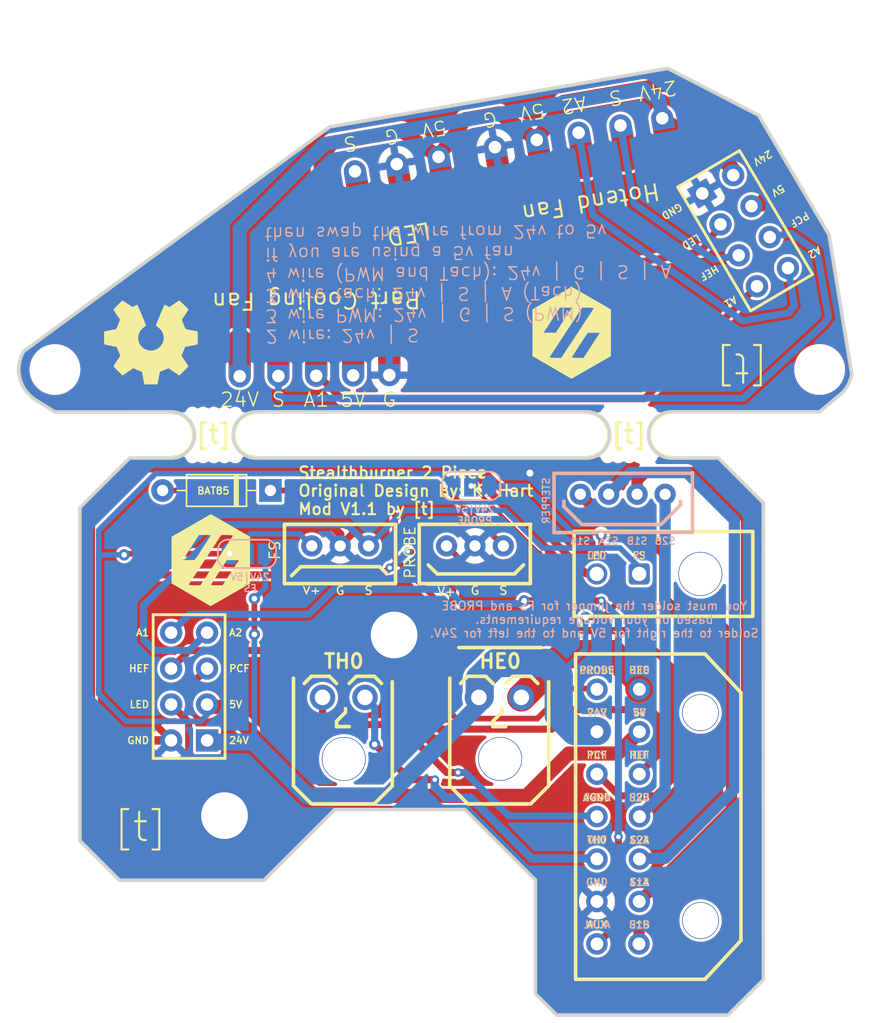
<source format=kicad_pcb>
(kicad_pcb (version 20211014) (generator pcbnew)
  (layers (0 "F.Cu" signal) (31 "B.Cu" signal) (34 "B.Paste" user) (35 "F.Paste" user) (36 "B.SilkS" user "B.Silkscreen") (37 "F.SilkS" user "F.Silkscreen") (38 "B.Mask" user) (39 "F.Mask" user) (44 "Edge.Cuts" user))
  (net 0 "")
  (net 1 "24V")
  (net 2 "5V")
  (net 3 "AUX")
  (net 4 "GND")
  (net 5 "ABL")
  (net 6 "PROBE")
  (net 7 "LED")
  (net 8 "PCF")
  (net 9 "HEF")
  (net 10 "A2")
  (net 11 "B-GND")
  (net 12 "B-24V")
  (net 13 "B-DIN")
  (net 14 "B-5V")
  (net 15 "B-HEF")
  (net 16 "B-FAN2")
  (net 17 "B-AUX")
  (net 18 "B-AUX2")
  (net 19 "HE0")
  (net 20 "S2B")
  (net 21 "S2A")
  (net 22 "S1A")
  (net 23 "TH0")
  (net 24 "AGND")
  (net 25 "S1B")
  (net 26 "PROBEV+")
  (net 27 "FSV+")
  (footprint "Library:mouse-bite-3mm-slot" (layer "F.Cu") (at 118.45 105.75)
    (fp_text reference "mouse-bite-3mm-slot" hide)
    (fp_text value "VAL**" hide)
  )
  (footprint "StealthBurner PCB:JST-PH-3P" (layer "F.Cu") (at 106.0402 113.7972)
    (fp_text reference "J4" hide)
    (fp_text value "PROBE")
  )
  (footprint "Library:PinHeader_1x01_P1.00mm_Vertical_SMD" (layer "F.Cu") (at 96.347016 100.068566)
    (fp_text reference "J210" hide)
    (fp_text value "Conn_01x01" hide)
  )
  (footprint "Library:PinHeader_1x01_P1.00mm_Vertical_SMD" (layer "F.Cu") (at 99.337248 88.5905 -170.2)
    (fp_text reference "J207" hide)
    (fp_text value "Conn_01x01" hide)
  )
  (footprint "MountingHole:MountingHole_2.7mm_M2.5_ISO7380_Pad_TopBottom" (layer "F.Cu") (at 101.8492 119.8932)
    (fp_text reference "REF**" hide)
    (fp_text value "MountingHole_2.7mm_M2.5_ISO7380_Pad_TopBottom" hide)
  )
  (footprint "StealthBurner PCB:JST-PH-4P" (layer "F.Cu") (at 117.7242 109.7332)
    (fp_text reference "J27" hide)
    (fp_text value "STEPPER")
  )
  (footprint "StealthBurner PCB:MICRO14" (layer "F.Cu") (at 118.7402 132.734 -90)
    (fp_text reference "J5" hide)
    (fp_text value "Conn_02x07_Counter_Clockwise" hide)
  )
  (footprint "Diode_THT:D_DO-35_SOD27_P7.62mm_Horizontal" (layer "F.Cu") (at 93.11 109.6772 180)
    (fp_text reference "D1" hide)
    (fp_text value "BAT85")
  )
  (footprint "Library:PinHeader_1x01_P1.00mm_Vertical_SMD" (layer "F.Cu") (at 121.055637 84.83908 -170.2)
    (fp_text reference "J200" hide)
    (fp_text value "Conn_01x01" hide)
  )
  (footprint "Library:mouse-bite-3mm-slot" (layer "F.Cu") (at 89.11 105.75)
    (fp_text reference "mouse-bite-3mm-slot" hide)
    (fp_text value "VAL**" hide)
  )
  (footprint "Library:PinHeader_1x01_P1.00mm_Vertical_SMD" (layer "F.Cu") (at 118.099416 85.349709 -170.2)
    (fp_text reference "J201" hide)
    (fp_text value "Conn_01x01" hide)
  )
  (footprint "StealthBurner PCB:HDR-M-2.54_2X4" (layer "F.Cu") (at 87.3642 123.5362 90)
    (fp_text reference "J2" hide)
    (fp_text value "Conn_02x04_Odd_Even" hide)
  )
  (footprint "StealthBurner PCB:436500200_SB" (layer "F.Cu") (at 97.9122 126.2432)
    (fp_text reference "J12" hide)
    (fp_text value "TH0")
  )
  (footprint "AutoGenerated:MountingHole_3.10mm" (layer "F.Cu") (at 77.885084 101.126869 -149.5)
    (fp_text reference "")
    (fp_text value "")
  )
  (footprint "Library:PinHeader_1x01_P1.00mm_Vertical_SMD" (layer "F.Cu") (at 102.293473 88.07987 -170.2)
    (fp_text reference "J206" hide)
    (fp_text value "Conn_01x01" hide)
  )
  (footprint "Library:PinHeader_1x01_P1.00mm_Vertical_SMD" (layer "F.Cu") (at 105.249697 87.569242 -170.2)
    (fp_text reference "J205" hide)
    (fp_text value "Conn_01x01" hide)
  )
  (footprint "StealthBurner PCB:436500200_SB" (layer "F.Cu") (at 108.9612 126.2432)
    (fp_text reference "J13" hide)
    (fp_text value "HE0")
  )
  (footprint "Library:PinHeader_1x01_P1.00mm_Vertical_SMD" (layer "F.Cu") (at 109.230743 86.881594 -170.2)
    (fp_text reference "J204" hide)
    (fp_text value "Conn_01x01" hide)
  )
  (footprint "StealthBurner PCB:VoronLogo_6pt5mm_silkScreen" (layer "F.Cu") (at 114.4 98.525)
    (fp_text reference "G***" hide)
    (fp_text value "LOGO" hide)
  )
  (footprint "Connector_Molex:Molex_Micro-Fit_3.0_43045-0200_2x01_P3.00mm_Horizontal" (layer "F.Cu") (at 119.1692 115.5752 -90)
    (fp_text reference "J6" hide)
    (fp_text value "Conn_01x02" hide)
  )
  (footprint "MountingHole:MountingHole_2.7mm_M2.5_ISO7380_Pad_TopBottom" (layer "F.Cu") (at 89.8652 132.6642)
    (fp_text reference "REF**" hide)
    (fp_text value "MountingHole_2.7mm_M2.5_ISO7380_Pad_TopBottom" hide)
  )
  (footprint "StealthBurner PCB:VoronLogo_6pt5mm_silkScreen" (layer "F.Cu") (at 88.9 114.6)
    (fp_text reference "G***" hide)
    (fp_text value "LOGO" hide)
  )
  (footprint "Library:PinHeader_1x01_P1.00mm_Vertical_SMD" (layer "F.Cu") (at 98.95633 100.041495)
    (fp_text reference "J209" hide)
    (fp_text value "Conn_01x01" hide)
  )
  (footprint "AutoGenerated:MountingHole_3.10mm" (layer "F.Cu") (at 131.920255 101.123478 -149.5)
    (fp_text reference "")
    (fp_text value "")
  )
  (footprint "Library:PinHeader_1x01_P1.00mm_Vertical_SMD" (layer "F.Cu") (at 90.940274 100.098893)
    (fp_text reference "J212" hide)
    (fp_text value "Conn_01x01" hide)
  )
  (footprint "Library:PinHeader_1x01_P1.00mm_Vertical_SMD" (layer "F.Cu") (at 115.143191 85.860337 -170.2)
    (fp_text reference "J202" hide)
    (fp_text value "Conn_01x01" hide)
  )
  (footprint "Library:PinHeader_1x01_P1.00mm_Vertical_SMD" (layer "F.Cu") (at 112.186967 86.370968 -170.2)
    (fp_text reference "J203" hide)
    (fp_text value "Conn_01x01" hide)
  )
  (footprint "Library:PinHeader_1x01_P1.00mm_Vertical_SMD" (layer "F.Cu") (at 93.672644 100.081734)
    (fp_text reference "J211" hide)
    (fp_text value "Conn_01x01" hide)
  )
  (footprint "StealthBurner PCB:JST-PH-3P" (layer "F.Cu") (at 96.5152 113.7972)
    (fp_text reference "J26" hide)
    (fp_text value "FS")
  )
  (footprint "Symbol:OSHW-Symbol_6.7x6mm_SilkScreen" (layer "F.Cu") (at 84.675 99.2 180)
    (fp_text reference "REF**" hide)
    (fp_text value "OSHW-Symbol_6.7x6mm_SilkScreen" hide)
  )
  (footprint "StealthBurner PCB:HDR-M-2.54_2X4" (layer "F.Cu") (at 126.655121 91.311289 -59.5)
    (fp_text reference "J3" hide)
    (fp_text value "Conn_02x04_Odd_Even" hide)
  )
  (footprint "Library:PinHeader_1x01_P1.00mm_Vertical_SMD" (layer "F.Cu") (at 101.51175 100.019473)
    (fp_text reference "J208" hide)
    (fp_text value "Conn_01x01" hide)
  )
  (footprint "Jumper:SolderJumper-3_P1.3mm_Open_RoundedPad1.0x1.5mm" (layer "B.Cu") (at 91.45 114.1575 180)
    (fp_text reference "JP2" hide)
    (fp_text value "SolderJumper_3_Open" hide)
  )
  (footprint "Jumper:SolderJumper-3_P1.3mm_Open_RoundedPad1.0x1.5mm" (layer "B.Cu") (at 107.3 109.3575 180)
    (fp_text reference "JP1" hide)
    (fp_text value "SolderJumper_3_Open" hide)
  )
  (gr_line (start 120.7082 112.0822) (end 115.1202 112.0822) (layer "B.SilkS") (width 0.254))
  (gr_line (start 122.1052 110.6852) (end 120.7082 112.0822) (layer "B.SilkS") (width 0.254))
  (gr_line (start 122.1052 110.4312) (end 122.1052 110.6852) (layer "B.SilkS") (width 0.254))
  (gr_line (start 113.8502 110.8122) (end 113.8502 110.4312) (layer "B.SilkS") (width 0.254))
  (gr_line (start 115.1202 112.0822) (end 113.8502 110.8122) (layer "B.SilkS") (width 0.254))
  (gr_line (start 110.9932 114.9402) (end 110.3582 115.5752) (layer "F.SilkS") (width 0.254))
  (gr_line (start 110.3582 115.5752) (end 104.8972 115.5752) (layer "F.SilkS") (width 0.254))
  (gr_line (start 112.2632 120.7822) (end 106.4212 120.7822) (layer "F.SilkS") (width 0.254))
  (gr_line (start 100.8332 115.0672) (end 95.3722 115.0672) (layer "F.SilkS") (width 0.254))
  (gr_line (start 104.8972 115.5752) (end 104.2622 114.9402) (layer "F.SilkS") (width 0.254))
  (gr_line (start 95.2452 115.0672) (end 94.6102 115.7022) (layer "F.SilkS") (width 0.254))
  (gr_line (start 95.3722 115.0672) (end 95.2452 115.0672) (layer "F.SilkS") (width 0.254))
  (gr_line (start 101.3412 115.5752) (end 100.8332 115.0672) (layer "F.SilkS") (width 0.254))
  (gr_line (start 125.4482 146.7612) (end 127.95 144.26) (layer "Edge.Cuts") (width 0.254))
  (gr_arc (start 115.400001 104.118927) (mid 117.08408 105.737238) (end 115.43 107.3862) (layer "Edge.Cuts") (width 0.254))
  (gr_line (start 79.6492 134.3792) (end 79.6492 110.8842) (layer "Edge.Cuts") (width 0.254))
  (gr_line (start 79.6492 134.4372) (end 82.44 137.23) (layer "Edge.Cuts") (width 0.254))
  (gr_line (start 113.3372 146.7612) (end 111.8362 145.2652) (layer "Edge.Cuts") (width 0.254))
  (gr_arc (start 86.109999 104.120767) (mid 87.742715 105.753483) (end 86.11 107.3862) (layer "Edge.Cuts") (width 0.254))
  (gr_arc (start 121.47 107.386199) (mid 119.826152 105.762374) (end 121.449999 104.118547) (layer "Edge.Cuts") (width 0.254))
  (gr_line (start 75.676981 99.836258) (end 97.302294 83.965537) (layer "Edge.Cuts") (width 0.254))
  (gr_line (start 106.8502 132.23) (end 97.66 132.23) (layer "Edge.Cuts") (width 0.254))
  (gr_line (start 77.87957 104.121284) (end 76.536224 103.288904) (layer "Edge.Cuts") (width 0.254))
  (gr_line (start 131.914741 104.11789) (end 121.449999 104.118547) (layer "Edge.Cuts") (width 0.254))
  (gr_line (start 79.6492 110.8842) (end 83.1492 107.3862) (layer "Edge.Cuts") (width 0.254))
  (gr_arc (start 92.11 107.3862) (mid 90.477094 105.753295) (end 92.109999 104.12039) (layer "Edge.Cuts") (width 0.254))
  (gr_line (start 121.47 107.386199) (end 124.7772 107.3862) (layer "Edge.Cuts") (width 0.254))
  (gr_arc (start 76.536224 103.288904) (mid 75.404825 101.737233) (end 75.676981 99.836258) (layer "Edge.Cuts") (width 0.254))
  (gr_line (start 132.580887 91.592671) (end 134.188599 101.462375) (layer "Edge.Cuts") (width 0.254))
  (gr_line (start 127.94 110.55) (end 127.95 144.26) (layer "Edge.Cuts") (width 0.254))
  (gr_line (start 127.94 110.55) (end 124.7772 107.3862) (layer "Edge.Cuts") (width 0.254))
  (gr_line (start 82.44 137.23) (end 92.6592 137.23) (layer "Edge.Cuts") (width 0.254))
  (gr_line (start 127.603458 83.142675) (end 132.580887 91.592671) (layer "Edge.Cuts") (width 0.254))
  (gr_line (start 111.8362 145.2652) (end 111.8362 137.22) (layer "Edge.Cuts") (width 0.254))
  (gr_line (start 83.1492 107.3862) (end 86.11 107.3862) (layer "Edge.Cuts") (width 0.254))
  (gr_line (start 86.109999 104.120767) (end 77.87957 104.121284) (layer "Edge.Cuts") (width 0.254))
  (gr_line (start 97.66 132.23) (end 92.6592 137.23) (layer "Edge.Cuts") (width 0.254))
  (gr_line (start 92.11 107.3862) (end 115.43 107.3862) (layer "Edge.Cuts") (width 0.254))
  (gr_line (start 121.19831 79.83482) (end 127.603458 83.142675) (layer "Edge.Cuts") (width 0.254))
  (gr_line (start 115.400001 104.118927) (end 92.109999 104.12039) (layer "Edge.Cuts") (width 0.254))
  (gr_line (start 111.8362 137.22) (end 106.8502 132.23) (layer "Edge.Cuts") (width 0.254))
  (gr_arc (start 134.188599 101.462375) (mid 133.9198 102.244147) (end 133.391835 102.880282) (layer "Edge.Cuts") (width 0.254))
  (gr_line (start 115.43 107.3862) (end 115.43 107.3862) (layer "Edge.Cuts") (width 0.254))
  (gr_line (start 97.302294 83.965537) (end 121.19831 79.83482) (layer "Edge.Cuts") (width 0.254))
  (gr_line (start 125.4482 146.7612) (end 113.3372 146.7612) (layer "Edge.Cuts") (width 0.254))
  (gr_line (start 79.6492 134.3792) (end 79.6492 134.4372) (layer "Edge.Cuts") (width 0.254))
  (gr_line (start 133.391835 102.880282) (end 131.914741 104.11789) (layer "Edge.Cuts") (width 0.254))
  (gr_text "S2B" (at 121.0032 113.25) (layer "B.SilkS") (effects (font (size 0.5 0.5) (thickness 0.1)) (justify mirror)))
  (gr_text "LED" (at 116.1692 114.2752) (layer "B.SilkS") (effects (font (size 0.5 0.5) (thickness 0.1)) (justify mirror)))
  (gr_text "AGND" (at 116.1832 131.3872) (layer "B.SilkS") (effects (font (size 0.5 0.5) (thickness 0.1)) (justify mirror)))
  (gr_text "FS" (at 119.1692 114.2752) (layer "B.SilkS") (effects (font (size 0.5 0.5) (thickness 0.1)) (justify mirror)))
  (gr_text "TH0" (at 116.1832 134.3872) (layer "B.SilkS") (effects (font (size 0.5 0.5) (thickness 0.1)) (justify mirror)))
  (gr_text "24V|5V\nFS" (at 91.675 116.2) (layer "B.SilkS") (effects (font (size 0.5 0.5) (thickness 0.1)) (justify mirror)))
  (gr_text "S2A" (at 119.1832 134.3872) (layer "B.SilkS") (effects (font (size 0.5 0.5) (thickness 0.1)) (justify mirror)))
  (gr_text "HEF" (at 119.1832 128.3872) (layer "B.SilkS") (effects (font (size 0.5 0.5) (thickness 0.1)) (justify mirror)))
  (gr_text "S1A" (at 115.0092 113.25) (layer "B.SilkS") (effects (font (size 0.5 0.5) (thickness 0.1)) (justify mirror)))
  (gr_text "S1B" (at 119.1832 140.3792) (layer "B.SilkS") (effects (font (size 0.5 0.5) (thickness 0.1)) (justify mirror)))
  (gr_text "PROBE" (at 116.1832 122.3872) (layer "B.SilkS") (effects (font (size 0.5 0.5) (thickness 0.1)) (justify mirror)))
  (gr_text "24V|5V\nPROBE" (at 107.55 111.4) (layer "B.SilkS") (effects (font (size 0.5 0.5) (thickness 0.1)) (justify mirror)))
  (gr_text "HE0" (at 119.1832 122.3872) (layer "B.SilkS") (effects (font (size 0.5 0.5) (thickness 0.1)) (justify mirror)))
  (gr_text "S2B" (at 119.1832 131.3872) (layer "B.SilkS") (effects (font (size 0.5 0.5) (thickness 0.1)) (justify mirror)))
  (gr_text "You must solder the jumper for FS and PROBE\nbased on your voltage requirements.\nSolder to the right for 5V and to the left for 24V." (at 116 118.8) (layer "B.SilkS") (effects (font (size 0.6 0.6) (thickness 0.1)) (justify mirror)))
  (gr_text "S1A" (at 119.1832 137.3722) (layer "B.SilkS") (effects (font (size 0.5 0.5) (thickness 0.1)) (justify mirror)))
  (gr_text "AUX1" (at 116.1832 140.3792) (layer "B.SilkS") (effects (font (size 0.5 0.5) (thickness 0.1)) (justify mirror)))
  (gr_text "GND" (at 116.1832 137.3722) (layer "B.SilkS") (effects (font (size 0.5 0.5) (thickness 0.1)) (justify mirror)))
  (gr_text "PCF" (at 116.1832 128.3872) (layer "B.SilkS") (effects (font (size 0.5 0.5) (thickness 0.1)) (justify mirror)))
  (gr_text "5V" (at 119.1832 125.3872) (layer "B.SilkS") (effects (font (size 0.5 0.5) (thickness 0.1)) (justify mirror)))
  (gr_text "S1B" (at 119.0222 113.25) (layer "B.SilkS") (effects (font (size 0.5 0.5) (thickness 0.1)) (justify mirror)))
  (gr_text "S2A" (at 117.0152 113.25) (layer "B.SilkS") (effects (font (size 0.5 0.5) (thickness 0.1)) (justify mirror)))
  (gr_text "2 wire: 24v | S\n3 wire PWM: 24v | G | S (PWM)\n3 wire tach: 24v | S | A (Tach)\n4 wire (PWM and Tach): 24v | G | S | A\nif you are using a 5v fan\nthen swap the wire from 24v to 5v" (at 92.675 95.15 -179.5) (layer "B.SilkS") (effects (font (size 0.9 0.9) (thickness 0.1)) (justify left mirror)))
  (gr_text "24V" (at 116.1832 125.3872) (layer "B.SilkS") (effects (font (size 0.5 0.5) (thickness 0.1)) (justify mirror)))
  (gr_text "5V" (at 119.1832 125.3872) (layer "F.SilkS") (effects (font (size 0.5 0.5) (thickness 0.1))))
  (gr_text "LED" (at 84.5942 124.8062) (layer "F.SilkS") (effects (font (size 0.5 0.5) (thickness 0.1)) (justify right)))
  (gr_text "PCF" (at 90.1342 122.2662) (layer "F.SilkS") (effects (font (size 0.5 0.5) (thickness 0.1)) (justify left)))
  (gr_text "AUX" (at 116.1832 140.3792) (layer "F.SilkS") (effects (font (size 0.5 0.5) (thickness 0.1))))
  (gr_text "PCF" (at 129.824267 90.918471 -149.5) (layer "F.SilkS") (effects (font (size 0.5 0.5) (thickness 0.1)) (justify right)))
  (gr_text "V+" (at 96.0322 116.75) (layer "F.SilkS") (effects (font (size 0.5 0.6) (thickness 0.1))))
  (gr_text "A1" (at 96.347017 103.256796 0.5) (layer "F.SilkS") (effects (font (size 1 1) (thickness 0.1))))
  (gr_text "HE0" (at 119.1832 122.3872) (layer "F.SilkS") (effects (font (size 0.5 0.5) (thickness 0.1))))
  (gr_text "TH0" (at 116.1832 134.3872) (layer "F.SilkS") (effects (font (size 0.5 0.5) (thickness 0.1))))
  (gr_text "[t]" (at 83.925 133.475) (layer "F.SilkS") (effects (font (size 2 2))))
  (gr_text "LED" (at 123.485974 91.704109 -149.5) (layer "F.SilkS") (effects (font (size 0.5 0.5) (thickness 0.1)) (justify left)))
  (gr_text "G" (at 108.635011 83.432666 -170.5) (layer "F.SilkS") (effects (font (size 1 1) (thickness 0.1))))
  (gr_text "24V" (at 90.1342 127.3462) (layer "F.SilkS") (effects (font (size 0.5 0.5) (thickness 0.1)) (justify left)))
  (gr_text "GND" (at 84.5942 127.3462) (layer "F.SilkS") (effects (font (size 0.5 0.5) (thickness 0.1)) (justify right)))
  (gr_text "LED" (at 116.1692 114.2752) (layer "F.SilkS") (effects (font (size 0.5 0.5) (thickness 0.1))))
  (gr_text "24V" (at 116.1832 125.3872) (layer "F.SilkS") (effects (font (size 0.5 0.5) (thickness 0.1))))
  (gr_text "5V" (at 98.95633 103.256797 0.5) (layer "F.SilkS") (effects (font (size 1 1) (thickness 0.1))))
  (gr_text "GND" (at 122.196826 89.515571 -149.5) (layer "F.SilkS") (effects (font (size 0.5 0.5) (thickness 0.1)) (justify left)))
  (gr_text "GND" (at 116.1832 137.3722) (layer "F.SilkS") (effects (font (size 0.5 0.5) (thickness 0.1))))
  (gr_text "HEF" (at 119.1832 128.3872) (layer "F.SilkS") (effects (font (size 0.5 0.5) (thickness 0.1))))
  (gr_text "FS" (at 119.1692 114.2752) (layer "F.SilkS") (effects (font (size 0.5 0.5) (thickness 0.1))))
  (gr_text "S" (at 109.5712 116.75) (layer "F.SilkS") (effects (font (size 0.6 0.6) (thickness 0.1))))
  (gr_text "S" (at 117.503681 81.900783 -170.5) (layer "F.SilkS") (effects (font (size 1 1) (thickness 0.1))))
  (gr_text "5V" (at 128.535121 88.729934 -149.5) (layer "F.SilkS") (effects (font (size 0.5 0.5) (thickness 0.1)) (justify right)))
  (gr_text "Part Cooling Fan" (at 96.347017 96.231797 180.5) (layer "F.SilkS") (effects (font (size 1.143 1.143) (thickness 0.152))))
  (gr_text "A2" (at 131.113414 93.107011 -149.5) (layer "F.SilkS") (effects (font (size 0.5 0.5) (thickness 0.1)) (justify right)))
  (gr_text "G" (at 101.697739 84.630941 -170.5) (layer "F.SilkS") (effects (font (size 1 1) (thickness 0.1))))
  (gr_text "G" (at 107.5642 116.75) (layer "F.SilkS") (effects (font (size 0.6 0.6) (thickness 0.1))))
  (gr_text "G" (at 101.511749 103.256797 0.5) (layer "F.SilkS") (effects (font (size 1 1) (thickness 0.1))))
  (gr_text "AGND" (at 116.1832 131.3872) (layer "F.SilkS") (effects (font (size 0.5 0.5) (thickness 0.1))))
  (gr_text "S2B" (at 119.1832 131.3872) (layer "F.SilkS") (effects (font (size 0.5 0.5) (thickness 0.1))))
  (gr_text "S1B" (at 119.1832 140.3792) (layer "F.SilkS") (effects (font (size 0.5 0.5) (thickness 0.1))))
  (gr_text "V+" (at 105.5572 116.825) (layer "F.SilkS") (effects (font (size 0.6 0.6) (thickness 0.1))))
  (gr_text "[t]" (at 89.1 105.7) (layer "F.SilkS") (effects (font (size 1.3 1.3) (thickness 0.2))))
  (gr_text "Stealthburner 2 Piece\nOriginal Design By: K. Hart\nMod V1.1 by [t]" (at 95 109.7) (layer "F.SilkS") (effects (font (size 0.8 0.8)) (justify left)))
  (gr_text "Hotend Fan" (at 115.738925 89.309265 -170.5) (layer "F.SilkS") (effects (font (size 1.143 1.143) (thickness 0.152))))
  (gr_text "HEF" (at 84.5942 122.2662) (layer "F.SilkS") (effects (font (size 0.5 0.5) (thickness 0.1)) (justify right)))
  (gr_text "PCF" (at 116.1832 128.3872) (layer "F.SilkS") (effects (font (size 0.5 0.5) (thickness 0.1))))
  (gr_text "A2" (at 114.547459 82.41141 -170.5) (layer "F.SilkS") (effects (font (size 1 1) (thickness 0.1))))
  (gr_text "S2A" (at 119.1832 134.3872) (layer "F.SilkS") (effects (font (size 0.5 0.5) (thickness 0.1))))
  (gr_text "5V" (at 104.653962 84.120315 -170.5) (layer "F.SilkS") (effects (font (size 1 1) (thickness 0.1))))
  (gr_text "5V" (at 90.1342 124.8062) (layer "F.SilkS") (effects (font (size 0.5 0.5) (thickness 0.1)) (justify left)))
  (gr_text "PROBE" (at 116.1832 122.3872) (layer "F.SilkS") (effects (font (size 0.5 0.5) (thickness 0.1))))
  (gr_text "[t]" (at 118.45 105.7) (layer "F.SilkS") (effects (font (size 1.3 1.3) (thickness 0.2))))
  (gr_text "S" (at 100.0462 116.75) (layer "F.SilkS") (effects (font (size 0.6 0.6) (thickness 0.1))))
  (gr_text "S" (at 93.672645 103.256797 0.5) (layer "F.SilkS") (effects (font (size 1 1) (thickness 0.1))))
  (gr_text "HEF" (at 124.77512 93.892647 -149.5) (layer "F.SilkS") (effects (font (size 0.5 0.5) (thickness 0.1)) (justify left)))
  (gr_text "S" (at 98.741516 85.14157 -170.5) (layer "F.SilkS") (effects (font (size 1 1) (thickness 0.1))))
  (gr_text "24V" (at 127.245971 86.541396 -149.5) (layer "F.SilkS") (effects (font (size 0.5 0.5) (thickness 0.1)) (justify right)))
  (gr_text "G" (at 98.0392 116.75) (layer "F.SilkS") (effects (font (size 0.6 0.6) (thickness 0.1))))
  (gr_text "LED" (at 102.889205 91.528798 -170.5) (layer "F.SilkS") (effects (font (size 1.143 1.143) (thickness 0.152))))
  (gr_text "A1" (at 126.064268 96.081186 -149.5) (layer "F.SilkS") (effects (font (size 0.5 0.5) (thickness 0.1)) (justify left)))
  (gr_text "24V" (at 90.940274 103.256796 0.5) (layer "F.SilkS") (effects (font (size 1 1) (thickness 0.1))))
  (gr_text "24V" (at 120.459907 81.390152 -170.5) (layer "F.SilkS") (effects (font (size 1 1) (thickness 0.1))))
  (gr_text "A1" (at 84.5942 119.7262) (layer "F.SilkS") (effects (font (size 0.5 0.5) (thickness 0.1)) (justify right)))
  (gr_text "S1A" (at 119.1832 137.3722) (layer "F.SilkS") (effects (font (size 0.5 0.5) (thickness 0.1))))
  (gr_text "[t]" (at 126.425 100.975 180) (layer "F.SilkS") (effects (font (size 2 2))))
  (gr_text "A2" (at 90.1342 119.7262) (layer "F.SilkS") (effects (font (size 0.5 0.5) (thickness 0.1)) (justify left)))
  (gr_text "5V" (at 111.591236 82.922039 -170.5) (layer "F.SilkS") (effects (font (size 1 1) (thickness 0.1))))
  (segment (start 116.48632 113.96132) (end 116.48632 113.98632) (width 0.4) (layer "F.Cu") (net 1))
  (segment (start 116.48632 112.832827) (end 116.48632 113.33632) (width 0.4) (layer "F.Cu") (net 1))
  (segment (start 91.975 117.325) (end 91.975 119.85) (width 0.4) (layer "F.Cu") (net 1))
  (segment (start 118.0192 115.5192) (end 118.0192 117.2308) (width 0.4) (layer "F.Cu") (net 1))
  (segment (start 116.6 118.65) (end 115.375 118.65) (width 0.4) (layer "F.Cu") (net 1))
  (segment (start 116.48632 113.98632) (end 118.0192 115.5192) (width 0.4) (layer "F.Cu") (net 1))
  (segment (start 118.0192 117.2308) (end 116.6 118.65) (width 0.4) (layer "F.Cu") (net 1))
  (segment (start 116.48632 113.33632) (end 116.48632 113.96132) (width 0.4) (layer "F.Cu") (net 1))
  (via (at 91.975 119.85) (size 0.8) (drill 0.4) (layers "F.Cu" "B.Cu") (net 1))
  (via (at 91.975 117.325) (size 0.8) (drill 0.4) (layers "F.Cu" "B.Cu") (net 1))
  (via (at 116.48632 112.832827) (size 0.8) (drill 0.4) (layers "F.Cu" "B.Cu") (net 1))
  (via (at 115.375 118.65) (size 0.8) (drill 0.4) (layers "F.Cu" "B.Cu") (net 1))
  (segment (start 113.4872 125.5522) (end 114.6222 126.6872) (width 2) (layer "B.Cu") (net 1))
  (segment (start 111.1575 109.3575) (end 114.45 112.65) (width 0.4) (layer "B.Cu") (net 1))
  (segment (start 107.8992 123.0122) (end 109.0422 121.8692) (width 2) (layer "B.Cu") (net 1))
  (segment (start 95.7072 131.2672) (end 91.8972 127.4572) (width 1.2) (layer "B.Cu") (net 1))
  (segment (start 107.8412 124.3052) (end 107.8412 124.8482) (width 1.2) (layer "B.Cu") (net 1))
  (segment (start 116.303493 112.65) (end 116.48632 112.832827) (width 0.4) (layer "B.Cu") (net 1))
  (segment (start 109.0422 121.8692) (end 112.5982 121.8692) (width 2) (layer "B.Cu") (net 1))
  (segment (start 91.975 119.85) (end 91.975 127.3794) (width 0.4) (layer "B.Cu") (net 1))
  (segment (start 115.375 120.8704) (end 113.4872 122.7582) (width 0.4) (layer "B.Cu") (net 1))
  (segment (start 111.0575 109.3575) (end 111.1575 109.3575) (width 0.4) (layer "B.Cu") (net 1))
  (segment (start 114.45 112.65) (end 116.303493 112.65) (width 0.4) (layer "B.Cu") (net 1))
  (segment (start 91.975 127.3794) (end 91.8972 127.4572) (width 0.4) (layer "B.Cu") (net 1))
  (segment (start 110.8575 109.3575) (end 111.0575 109.3575) (width 0.4) (layer "B.Cu") (net 1))
  (segment (start 107.8412 124.8482) (end 101.4222 131.2672) (width 1.2) (layer "B.Cu") (net 1))
  (segment (start 114.6222 126.6872) (end 116.1822 126.6872) (width 2) (layer "B.Cu") (net 1))
  (segment (start 92.75 114.1575) (end 92.75 116.55) (width 0.4) (layer "B.Cu") (net 1))
  (segment (start 115.375 118.65) (end 115.375 120.8704) (width 0.4) (layer "B.Cu") (net 1))
  (segment (start 112.5982 121.8692) (end 113.4872 122.7582) (width 2) (layer "B.Cu") (net 1))
  (segment (start 108.6 109.3575) (end 110.8575 109.3575) (width 0.4) (layer "B.Cu") (net 1))
  (segment (start 107.8412 124.3052) (end 107.8992 124.2492) (width 2) (layer "B.Cu") (net 1))
  (segment (start 113.4872 122.7582) (end 113.4872 125.5522) (width 2) (layer "B.Cu") (net 1))
  (segment (start 101.4222 131.2672) (end 95.7072 131.2672) (width 1.2) (layer "B.Cu") (net 1))
  (segment (start 107.8992 124.2492) (end 107.8992 123.0122) (width 2) (layer "B.Cu") (net 1))
  (segment (start 91.8972 127.4572) (end 88.7452 127.4572) (width 1.2) (layer "B.Cu") (net 1))
  (segment (start 92.75 116.55) (end 91.975 117.325) (width 0.4) (layer "B.Cu") (net 1))
  (segment (start 117.6452 128.272) (end 114.1964 128.272) (width 1) (layer "F.Cu") (net 2))
  (segment (start 90.225 114.15) (end 82.85 114.15) (width 0.4) (layer "F.Cu") (net 2))
  (segment (start 114.1964 128.272) (end 111.2012 131.2672) (width 1) (layer "F.Cu") (net 2))
  (segment (start 111.2012 131.2672) (end 96.1922 131.2672) (width 1) (layer "F.Cu") (net 2))
  (segment (start 89.9062 124.9812) (end 88.8092 124.9812) (width 1) (layer "F.Cu") (net 2))
  (segment (start 96.1922 131.2672) (end 89.9062 124.9812) (width 1) (layer "F.Cu") (net 2))
  (segment (start 119.1832 126.734) (end 117.6452 128.272) (width 1) (layer "F.Cu") (net 2))
  (segment (start 82.85 114.15) (end 82.775 114.225) (width 0.4) (layer "F.Cu") (net 2))
  (via (at 82.775 114.225) (size 0.8) (drill 0.4) (layers "F.Cu" "B.Cu") (net 2))
  (via (at 90.225 114.15) (size 0.8) (drill 0.4) (layers "F.Cu" "B.Cu") (net 2))
  (segment (start 81.225 114.225) (end 80.975 114.475) (width 0.4) (layer "B.Cu") (net 2))
  (segment (start 82.775 114.225) (end 81.225 114.225) (width 0.4) (layer "B.Cu") (net 2))
  (segment (start 80.975 114.475) (end 80.975 124.05) (width 0.4) (layer "B.Cu") (net 2))
  (segment (start 88.1813 125.9937) (end 88.6342 125.5408) (width 0.4) (layer "B.Cu") (net 2))
  (segment (start 84.992943 108.4772) (end 80.975 112.495143) (width 0.4) (layer "B.Cu") (net 2))
  (segment (start 82.9187 125.9937) (end 88.1813 125.9937) (width 0.4) (layer "B.Cu") (net 2))
  (segment (start 105.1197 108.4772) (end 84.992943 108.4772) (width 0.4) (layer "B.Cu") (net 2))
  (segment (start 106 109.3575) (end 105.1197 108.4772) (width 0.4) (layer "B.Cu") (net 2))
  (segment (start 80.975 112.495143) (end 80.975 114.475) (width 0.4) (layer "B.Cu") (net 2))
  (segment (start 80.975 124.05) (end 82.9187 125.9937) (width 0.4) (layer "B.Cu") (net 2))
  (segment (start 88.6342 125.5408) (end 88.6342 124.8062) (width 0.4) (layer "B.Cu") (net 2))
  (segment (start 116.4092 117.4752) (end 111.0482 117.4752) (width 0.5) (layer "F.Cu") (net 3))
  (segment (start 117.7 140.2582) (end 117.7 134.1652) (width 0.5) (layer "F.Cu") (net 3))
  (segment (start 116.261 141.6862) (end 117.689 140.2582) (width 0.5) (layer "F.Cu") (net 3))
  (via (at 111.0482 117.4752) (size 0.8) (drill 0.4) (layers "F.Cu" "B.Cu") (net 3))
  (via (at 116.5 117.4752) (size 0.61) (drill 0.31) (layers "F.Cu" "B.Cu") (net 3))
  (via (at 117.7 134.1652) (size 0.61) (drill 0.31) (layers "F.Cu" "B.Cu") (net 3))
  (segment (start 117.7 118.6772) (end 117.7 134.1652) (width 0.5) (layer "B.Cu") (net 3))
  (segment (start 86.0932 119.7252) (end 87.3892 118.4322) (width 0.5) (layer "B.Cu") (net 3))
  (segment (start 116.499 117.4752) (end 117.701 118.6772) (width 0.5) (layer "B.Cu") (net 3))
  (segment (start 110.8452 117.6782) (end 111.0482 117.4752) (width 0.5) (layer "B.Cu") (net 3))
  (segment (start 87.3892 118.4322) (end 95.8262 118.4322) (width 0.5) (layer "B.Cu") (net 3))
  (segment (start 95.8262 118.4322) (end 97.5972 116.6622) (width 0.5) (layer "B.Cu") (net 3))
  (segment (start 105.6132 116.6622) (end 106.6292 117.6782) (width 0.5) (layer "B.Cu") (net 3))
  (segment (start 97.5972 116.6622) (end 105.6132 116.6622) (width 0.5) (layer "B.Cu") (net 3))
  (segment (start 106.6292 117.6782) (end 110.8452 117.6782) (width 0.5) (layer "B.Cu") (net 3))
  (segment (start 98.0392 113.5932) (end 98.0392 112.7712) (width 0.6) (layer "F.Cu") (net 4))
  (segment (start 97.2312 111.9632) (end 83.5152 111.9632) (width 0.6) (layer "F.Cu") (net 4))
  (segment (start 83.5152 111.9632) (end 81.6102 113.8682) (width 0.6) (layer "F.Cu") (net 4))
  (segment (start 81.6102 113.8682) (end 81.6102 126.3142) (width 0.6) (layer "F.Cu") (net 4))
  (segment (start 82.6422 127.3462) (end 86.0942 127.3462) (width 0.6) (layer "F.Cu") (net 4))
  (segment (start 98.0392 112.7712) (end 97.2312 111.9632) (width 0.6) (layer "F.Cu") (net 4))
  (segment (start 81.6102 126.3142) (end 82.6422 127.3462) (width 0.6) (layer "F.Cu") (net 4))
  (via (at 111.45 108.45) (size 1) (drill 0.5) (layers "F.Cu" "B.Cu") (net 4))
  (segment (start 105.6542 109.6772) (end 93.11 109.6772) (width 0.4) (layer "F.Cu") (net 5))
  (segment (start 109.5712 113.5932) (end 105.6542 109.6772) (width 0.4) (layer "F.Cu") (net 5))
  (segment (start 114.0842 123.6882) (end 111.9632 125.8062) (width 0.4) (layer "F.Cu") (net 6))
  (segment (start 111.9632 125.8062) (end 106.2482 125.8062) (width 0.4) (layer "F.Cu") (net 6))
  (segment (start 105.2322 117.8052) (end 101.9302 114.5032) (width 0.4) (layer "F.Cu") (net 6))
  (segment (start 101.9302 114.5032) (end 101.9302 111.4552) (width 0.4) (layer "F.Cu") (net 6))
  (segment (start 101.4222 110.9472) (end 91.5622 110.9472) (width 0.4) (layer "F.Cu") (net 6))
  (segment (start 105.2322 124.7902) (end 105.2322 117.8052) (width 0.4) (layer "F.Cu") (net 6))
  (segment (start 91.5622 110.9472) (end 90.2922 109.6772) (width 0.4) (layer "F.Cu") (net 6))
  (segment (start 106.2482 125.8062) (end 105.2322 124.7902) (width 0.4) (layer "F.Cu") (net 6))
  (segment (start 101.9302 111.4552) (end 101.4222 110.9472) (width 0.4) (layer "F.Cu") (net 6))
  (segment (start 90.2922 109.6772) (end 85.49 109.6772) (width 0.4) (layer "F.Cu") (net 6))
  (segment (start 116.1822 123.6882) (end 114.0842 123.6882) (width 0.4) (layer "F.Cu") (net 6))
  (segment (start 80.4672 112.0902) (end 80.4672 129.1082) (width 0.5) (layer "F.Cu") (net 7))
  (segment (start 108.0262 108.1532) (end 84.4042 108.1532) (width 0.5) (layer "F.Cu") (net 7))
  (segment (start 86.0942 124.8062) (end 87.3317 126.0437) (width 0.5) (layer "F.Cu") (net 7))
  (segment (start 116.1692 115.5752) (end 115.4482 115.5752) (width 0.5) (layer "F.Cu") (net 7))
  (segment (start 84.4042 108.1532) (end 80.4672 112.0902) (width 0.5) (layer "F.Cu") (net 7))
  (segment (start 87.3317 126.0437) (end 87.3317 129.3557) (width 0.5) (layer "F.Cu") (net 7))
  (segment (start 82.2452 130.8862) (end 85.8012 130.8862) (width 0.5) (layer "F.Cu") (net 7))
  (segment (start 108.0262 108.1532) (end 115.4482 115.5752) (width 0.5) (layer "F.Cu") (net 7))
  (segment (start 87.3317 129.3557) (end 85.8012 130.8862) (width 0.5) (layer "F.Cu") (net 7))
  (segment (start 80.4672 129.1082) (end 82.2452 130.8862) (width 0.5) (layer "F.Cu") (net 7))
  (segment (start 101.0412 115.6462) (end 101.5492 115.1382) (width 0.5) (layer "F.Cu") (net 8))
  (segment (start 105.9942 116.4082) (end 103.5812 113.9952) (width 0.5) (layer "F.Cu") (net 8))
  (segment (start 116.1822 129.6872) (end 117.7642 131.2672) (width 0.5) (layer "F.Cu") (net 8))
  (segment (start 82.7532 122.2502) (end 82.7532 117.6782) (width 0.5) (layer "F.Cu") (net 8))
  (segment (start 117.7642 131.2672) (end 120.325001 131.2672) (width 0.5) (layer "F.Cu") (net 8))
  (segment (start 84.7852 115.6462) (end 101.0412 115.6462) (width 0.5) (layer "F.Cu") (net 8))
  (segment (start 103.5812 113.9952) (end 102.8192 113.9952) (width 0.5) (layer "F.Cu") (net 8))
  (segment (start 113.2332 119.5832) (end 118.8732 119.5832) (width 0.5) (layer "F.Cu") (net 8))
  (segment (start 87.3782 123.5202) (end 84.0232 123.5202) (width 0.5) (layer "F.Cu") (net 8))
  (segment (start 88.6332 122.2652) (end 87.3782 123.5202) (width 0.5) (layer "F.Cu") (net 8))
  (segment (start 120.325001 131.2672) (end 121.6 129.992201) (width 0.5) (layer "F.Cu") (net 8))
  (segment (start 118.8732 119.5832) (end 121.6 122.31) (width 0.5) (layer "F.Cu") (net 8))
  (segment (start 105.9942 120.0912) (end 105.9942 116.4082) (width 0.5) (layer "F.Cu") (net 8))
  (segment (start 106.3752 120.4722) (end 105.9942 120.0912) (width 0.5) (layer "F.Cu") (net 8))
  (segment (start 113.2332 119.5832) (end 112.3442 120.4722) (width 0.5) (layer "F.Cu") (net 8))
  (segment (start 112.3442 120.4722) (end 106.3752 120.4722) (width 0.5) (layer "F.Cu") (net 8))
  (segment (start 121.6 129.992201) (end 121.6 122.31) (width 0.5) (layer "F.Cu") (net 8))
  (segment (start 82.7532 117.6782) (end 84.7852 115.6462) (width 0.5) (layer "F.Cu") (net 8))
  (segment (start 84.0232 123.5202) (end 82.7532 122.2502) (width 0.5) (layer "F.Cu") (net 8))
  (via (at 101.5492 115.1382) (size 0.61) (drill 0.305) (layers "F.Cu" "B.Cu") (net 8))
  (via (at 102.8192 113.9952) (size 0.61) (drill 0.305) (layers "F.Cu" "B.Cu") (net 8))
  (segment (start 101.6762 115.1382) (end 102.8192 113.9952) (width 0.5) (layer "B.Cu") (net 8))
  (segment (start 101.5492 115.1382) (end 101.6762 115.1382) (width 0.5) (layer "B.Cu") (net 8))
  (segment (start 120.5342 128.3362) (end 120.5342 125.7092) (width 0.5) (layer "F.Cu") (net 9))
  (segment (start 98.3952 120.9952) (end 87.3632 120.9952) (width 0.5) (layer "F.Cu") (net 9))
  (segment (start 120 125.175) (end 114.375 125.175) (width 0.5) (layer "F.Cu") (net 9))
  (segment (start 100.7932 123.3932) (end 98.3952 120.9952) (width 0.5) (layer "F.Cu") (net 9))
  (segment (start 113 126.55) (end 104.996 126.55) (width 0.5) (layer "F.Cu") (net 9))
  (segment (start 119.1832 129.6872) (end 120.5342 128.3362) (width 0.5) (layer "F.Cu") (net 9))
  (segment (start 101.8392 123.3932) (end 100.7932 123.3932) (width 0.5) (layer "F.Cu") (net 9))
  (segment (start 114.375 125.175) (end 113 126.55) (width 0.5) (layer "F.Cu") (net 9))
  (segment (start 120.5342 125.7092) (end 120 125.175) (width 0.5) (layer "F.Cu") (net 9))
  (segment (start 87.3632 120.9952) (end 86.0932 122.2652) (width 0.5) (layer "F.Cu") (net 9))
  (segment (start 104.996 126.55) (end 101.8392 123.3932) (width 0.5) (layer "F.Cu") (net 9))
  (segment (start 87.3812 120.9802) (end 88.6332 119.7252) (width 0.5) (layer "B.Cu") (net 10))
  (segment (start 100.0452 113.5942) (end 98.5422 112.0902) (width 0.5) (layer "B.Cu") (net 10))
  (segment (start 112.3442 113.7412) (end 109.6772 111.0742) (width 0.4) (layer "B.Cu") (net 10))
  (segment (start 84.1502 117.8052) (end 84.1502 120.2182) (width 0.5) (layer "B.Cu") (net 10))
  (segment (start 84.9122 120.9802) (end 87.3812 120.9802) (width 0.5) (layer "B.Cu") (net 10))
  (segment (start 109.6772 111.0742) (end 102.5652 111.0742) (width 0.4) (layer "B.Cu") (net 10))
  (segment (start 119.1692 115.1052) (end 117.8052 113.7412) (width 0.4) (layer "B.Cu") (net 10))
  (segment (start 102.5652 111.0742) (end 100.0452 113.5942) (width 0.4) (layer "B.Cu") (net 10))
  (segment (start 117.8052 113.7412) (end 112.3442 113.7412) (width 0.4) (layer "B.Cu") (net 10))
  (segment (start 84.1502 120.2182) (end 84.9122 120.9802) (width 0.5) (layer "B.Cu") (net 10))
  (segment (start 98.5422 112.0902) (end 89.8652 112.0902) (width 0.5) (layer "B.Cu") (net 10))
  (segment (start 89.8652 112.0902) (end 84.1502 117.8052) (width 0.5) (layer "B.Cu") (net 10))
  (segment (start 125.720269 86.831609) (end 120.800325 83.360967) (width 1) (layer "F.Cu") (net 12))
  (segment (start 125.81567 87.383909) (end 125.720269 86.831609) (width 1) (layer "F.Cu") (net 12))
  (segment (start 119.469298 81.292941) (end 120.578236 82.075209) (width 1) (layer "B.Cu") (net 12))
  (segment (start 96.923526 85.187272) (end 119.469298 81.292941) (width 1) (layer "B.Cu") (net 12))
  (segment (start 90.940274 101.598893) (end 90.940274 91.170524) (width 1) (layer "B.Cu") (net 12))
  (segment (start 120.578236 82.075209) (end 120.800325 83.360967) (width 1) (layer "B.Cu") (net 12))
  (segment (start 90.940274 91.170524) (end 96.923526 85.187272) (width 1) (layer "B.Cu") (net 12))
  (segment (start 99.968727 92.246363) (end 105.21523 95.947363) (width 0.5) (layer "F.Cu") (net 13))
  (segment (start 105.21523 95.947363) (end 123.564474 92.777896) (width 0.5) (layer "F.Cu") (net 13))
  (segment (start 123.564474 92.777896) (end 124.916277 90.861596) (width 0.5) (layer "F.Cu") (net 13))
  (segment (start 99.426201 89.105474) (end 99.968727 92.246363) (width 0.5) (layer "F.Cu") (net 13))
  (segment (start 98.956331 99.518895) (end 98.95633 92.686042) (width 1) (layer "F.Cu") (net 14))
  (segment (start 127.770786 89.457413) (end 128.438372 88.511052) (width 1) (layer "F.Cu") (net 14))
  (segment (start 128.438372 88.511052) (end 127.961786 85.751908) (width 1) (layer "F.Cu") (net 14))
  (segment (start 106.869338 83.433209) (end 104.994382 86.091131) (width 1) (layer "F.Cu") (net 14))
  (segment (start 102.394242 84.256933) (end 104.994382 86.091131) (width 1) (layer "F.Cu") (net 14))
  (segment (start 96.661582 90.391293) (end 96.661581 86.237755) (width 1) (layer "F.Cu") (net 14))
  (segment (start 96.661581 86.237755) (end 97.457348 85.109682) (width 1) (layer "F.Cu") (net 14))
  (segment (start 127.961786 85.751908) (end 121.143643 80.94224) (width 1) (layer "F.Cu") (net 14))
  (segment (start 109.273734 83.017898) (end 106.869338 83.433209) (width 1) (layer "F.Cu") (net 14))
  (segment (start 113.82699 82.206044) (end 111.931653 84.892856) (width 1) (layer "F.Cu") (net 14))
  (segment (start 98.95633 92.686042) (end 96.661582 90.391293) (width 1) (layer "F.Cu") (net 14))
  (segment (start 97.457348 85.109682) (end 102.394242 84.256933) (width 1) (layer "F.Cu") (net 14))
  (segment (start 111.931653 84.892856) (end 109.273734 83.017898) (width 1) (layer "F.Cu") (net 14))
  (segment (start 105.10501 87.377252) (end 104.880886 86.165304) (width 0.5) (layer "F.Cu") (net 14))
  (segment (start 127.104816 89.572447) (end 127.770786 89.457413) (width 1) (layer "F.Cu") (net 14))
  (segment (start 121.143643 80.94224) (end 113.82699 82.206044) (width 1) (layer "F.Cu") (net 14))
  (segment (start 124.422562 93.358087) (end 126.205423 93.050132) (width 0.5) (layer "B.Cu") (net 15))
  (segment (start 118.797273 89.389882) (end 124.422562 93.358087) (width 0.5) (layer "B.Cu") (net 15))
  (segment (start 117.844099 83.871598) (end 118.797273 89.389882) (width 0.5) (layer "B.Cu") (net 15))
  (segment (start 132.543517 97.442648) (end 132.212369 97.912081) (width 0.5) (layer "B.Cu") (net 16))
  (segment (start 132.212369 97.912081) (end 126.524201 103.15) (width 0.5) (layer "B.Cu") (net 16))
  (segment (start 131.739277 92.786594) (end 132.543517 97.442648) (width 0.5) (layer "B.Cu") (net 16))
  (segment (start 126.524201 103.15) (end 93.7 103.15) (width 0.5) (layer "B.Cu") (net 16))
  (segment (start 93.7 103.15) (end 93.672644 103.122644) (width 0.5) (layer "B.Cu") (net 16))
  (segment (start 93.672644 103.122644) (end 93.672644 101.581734) (width 0.5) (layer "B.Cu") (net 16))
  (segment (start 128.393963 91.760986) (end 129.913347 91.498541) (width 0.5) (layer "B.Cu") (net 16))
  (segment (start 129.913347 91.498541) (end 131.739277 92.786594) (width 0.5) (layer "B.Cu") (net 16))
  (segment (start 98.138368 103.18455) (end 119.548694 103.184549) (width 0.5) (layer "F.Cu") (net 17))
  (segment (start 98.138368 103.18455) (end 96.366543 101.427724) (width 0.5) (layer "F.Cu") (net 17))
  (segment (start 119.548694 103.184549) (end 127.494573 95.23867) (width 0.5) (layer "F.Cu") (net 17))
  (segment (start 126.470267 97.679833) (end 129.746748 97.113887) (width 0.5) (layer "B.Cu") (net 18))
  (segment (start 130.134698 96.563932) (end 129.68311 93.949524) (width 0.5) (layer "B.Cu") (net 18))
  (segment (start 129.746748 97.113887) (end 130.134698 96.563932) (width 0.5) (layer "B.Cu") (net 18))
  (segment (start 115.89637 90.220768) (end 126.470267 97.679833) (width 0.5) (layer "B.Cu") (net 18))
  (segment (start 114.887877 84.382226) (end 115.89637 90.220768) (width 0.5) (layer "B.Cu") (net 18))
  (segment (start 117.31 121.25) (end 117.8022 121.7422) (width 2) (layer "F.Cu") (net 19))
  (segment (start 113.8984 121.25) (end 117.31 121.25) (width 2) (layer "F.Cu") (net 19))
  (segment (start 110.8422 124.3062) (end 113.8984 121.25) (width 2) (layer "F.Cu") (net 19))
  (segment (start 117.8022 121.7422) (end 119.1822 123.1212) (width 2) (layer "F.Cu") (net 19))
  (segment (start 119.1822 123.1212) (end 119.1822 123.6882) (width 2) (layer "F.Cu") (net 19))
  (segment (start 119.1922 132.6982) (end 121.0032 130.8872) (width 0.8) (layer "B.Cu") (net 20))
  (segment (start 121.0032 130.8872) (end 121.0032 109.9422) (width 0.8) (layer "B.Cu") (net 20))
  (segment (start 125.9 111.7732) (end 122.534 108.4072) (width 0.8) (layer "B.Cu") (net 21))
  (segment (start 121.0208 135.6792) (end 125.9 130.8) (width 0.8) (layer "B.Cu") (net 21))
  (segment (start 119.1922 135.6792) (end 121.0208 135.6792) (width 0.8) (layer "B.Cu") (net 21))
  (segment (start 125.9 130.8) (end 125.9 111.7732) (width 0.8) (layer "B.Cu") (net 21))
  (segment (start 122.534 108.4072) (end 118.5492 108.4072) (width 0.8) (layer "B.Cu") (net 21))
  (segment (start 118.5492 108.4072) (end 117.0152 109.9412) (width 0.8) (layer "B.Cu") (net 21))
  (segment (start 120.9802 117.4242) (end 120.9802 114.1222) (width 0.8) (layer "F.Cu") (net 22))
  (segment (start 120.9802 114.1222) (end 119.4692 112.6112) (width 0.8) (layer "F.Cu") (net 22))
  (segment (start 119.4692 112.6112) (end 117.6782 112.6112) (width 0.8) (layer "F.Cu") (net 22))
  (segment (start 121.8692 118.3132) (end 120.9802 117.4242) (width 0.8) (layer "F.Cu") (net 22))
  (segment (start 124.0132 118.3132) (end 121.8692 118.3132) (width 0.8) (layer "F.Cu") (net 22))
  (segment (start 117.6782 112.6112) (end 115.0082 109.9412) (width 0.8) (layer "F.Cu") (net 22))
  (segment (start 119.1752 138.734) (end 125.7 132.2092) (width 0.8) (layer "F.Cu") (net 22))
  (segment (start 125.7 132.2092) (end 125.7 120) (width 0.8) (layer "F.Cu") (net 22))
  (segment (start 125.7 120) (end 124.0132 118.3132) (width 0.8) (layer "F.Cu") (net 22))
  (segment (start 102.9742 130.1242) (end 100.475 127.625) (width 0.5) (layer "F.Cu") (net 23))
  (segment (start 104.7242 130.1242) (end 102.9742 130.1242) (width 0.5) (layer "F.Cu") (net 23))
  (via (at 104.7242 130.1242) (size 0.61) (drill 0.31) (layers "F.Cu" "B.Cu") (net 23))
  (via (at 100.475 127.625) (size 0.8) (drill 0.4) (layers "F.Cu" "B.Cu") (net 23))
  (segment (start 100.475 127.625) (end 100.475 124.988) (width 0.5) (layer "B.Cu") (net 23))
  (segment (start 111.5572 135.6872) (end 116.1822 135.6872) (width 0.6) (layer "B.Cu") (net 23))
  (segment (start 100.475 124.988) (end 99.7932 124.3062) (width 0.5) (layer "B.Cu") (net 23))
  (segment (start 104.7242 130.1242) (end 104.7242 130.6322) (width 0.6) (layer "B.Cu") (net 23))
  (segment (start 104.7242 130.6322) (end 105.4862 131.3942) (width 0.6) (layer "B.Cu") (net 23))
  (segment (start 107.2642 131.3942) (end 111.5572 135.6872) (width 0.6) (layer "B.Cu") (net 23))
  (segment (start 105.4862 131.3942) (end 107.2642 131.3942) (width 0.6) (layer "B.Cu") (net 23))
  (segment (start 102.175 126.225) (end 97.35 126.225) (width 0.5) (layer "F.Cu") (net 24))
  (segment (start 105.5662 129.6162) (end 102.175 126.225) (width 0.5) (layer "F.Cu") (net 24))
  (segment (start 97.35 126.225) (end 96.7932 125.6682) (width 0.5) (layer "F.Cu") (net 24))
  (segment (start 106.3752 129.6162) (end 105.5662 129.6162) (width 0.5) (layer "F.Cu") (net 24))
  (segment (start 96.7932 125.6682) (end 96.7932 124.3062) (width 0.5) (layer "F.Cu") (net 24))
  (via (at 106.3752 129.6162) (size 0.61) (drill 0.305) (layers "F.Cu" "B.Cu") (net 24))
  (segment (start 109.9542 132.6872) (end 106.8832 129.6162) (width 0.5) (layer "B.Cu") (net 24))
  (segment (start 116.1822 132.6872) (end 109.9542 132.6872) (width 0.5) (layer "B.Cu") (net 24))
  (segment (start 106.8832 129.6162) (end 106.3752 129.6162) (width 0.5) (layer "B.Cu") (net 24))
  (segment (start 126.1872 111.0872) (end 126.1872 111.0742) (width 0.8) (layer "F.Cu") (net 25))
  (segment (start 119.1562 141.734) (end 119.1562 140.65637) (width 0.8) (layer "F.Cu") (net 25))
  (segment (start 126.76 111.66) (end 126.1872 111.0872) (width 0.8) (layer "F.Cu") (net 25))
  (segment (start 126.76 133.075359) (end 126.76 111.66) (width 0.8) (layer "F.Cu") (net 25))
  (segment (start 119.5832 108.4072) (end 119.0222 108.9682) (width 0.8) (layer "F.Cu") (net 25))
  (segment (start 119.0222 108.9682) (end 119.0222 109.9412) (width 0.8) (layer "F.Cu") (net 25))
  (segment (start 126.1872 111.0742) (end 123.5202 108.4072) (width 0.8) (layer "F.Cu") (net 25))
  (segment (start 119.178989 140.65637) (end 126.76 133.075359) (width 0.8) (layer "F.Cu") (net 25))
  (segment (start 119.1562 140.65637) (end 119.178989 140.65637) (width 0.8) (layer "F.Cu") (net 25))
  (segment (start 123.5202 108.4072) (end 119.5832 108.4072) (width 0.8) (layer "F.Cu") (net 25))
  (segment (start 105.5572 113.5942) (end 107.238 115.275) (width 0.4) (layer "F.Cu") (net 26))
  (segment (start 107.238 115.275) (end 111.175 115.275) (width 0.4) (layer "F.Cu") (net 26))
  (segment (start 107.3 109.3575) (end 107.3575 109.3575) (width 0.25) (layer "F.Cu") (net 26))
  (segment (start 107.3575 109.3575) (end 112.125 114.125) (width 0.25) (layer "F.Cu") (net 26))
  (segment (start 111.175 115.275) (end 112.125 114.325) (width 0.4) (layer "F.Cu") (net 26))
  (segment (start 112.125 114.325) (end 112.125 114.125) (width 0.4) (layer "F.Cu") (net 26))
  (via (at 107.3 109.3575) (size 0.8) (drill 0.4) (layers "F.Cu" "B.Cu") (net 26))
  (segment (start 91.45 113.0075) (end 91.7173 112.7402) (width 0.4) (layer "B.Cu") (net 27))
  (segment (start 91.7173 112.7402) (end 95.1782 112.7402) (width 0.4) (layer "B.Cu") (net 27))
  (segment (start 95.1782 112.7402) (end 96.0322 113.5942) (width 0.4) (layer "B.Cu") (net 27))
  (segment (start 91.45 114.1575) (end 91.45 113.0075) (width 0.4) (layer "B.Cu") (net 27))
  (zone (net 11) (net_name "B-GND") (layers F&B.Cu) (name "B-GND") (connect_pads (clearance 0)) (min_thickness 0.254) (fill yes (thermal_gap 0.508) (thermal_bridge_width 0.508))
    (polygon (pts (xy 136 104.15) (xy 74 104.15) (xy 74 75) (xy 136 75)))
  )
  (zone (net 4) (net_name "GND") (layers F&B.Cu) (name "B-GND") (connect_pads (clearance 0)) (min_thickness 0.254) (fill yes (thermal_gap 0.508) (thermal_bridge_width 0.508))
    (polygon (pts (xy 128.4 147.325) (xy 78.925 147.325) (xy 78.925 107.3) (xy 128.4 107.3)))
  )
)
</source>
